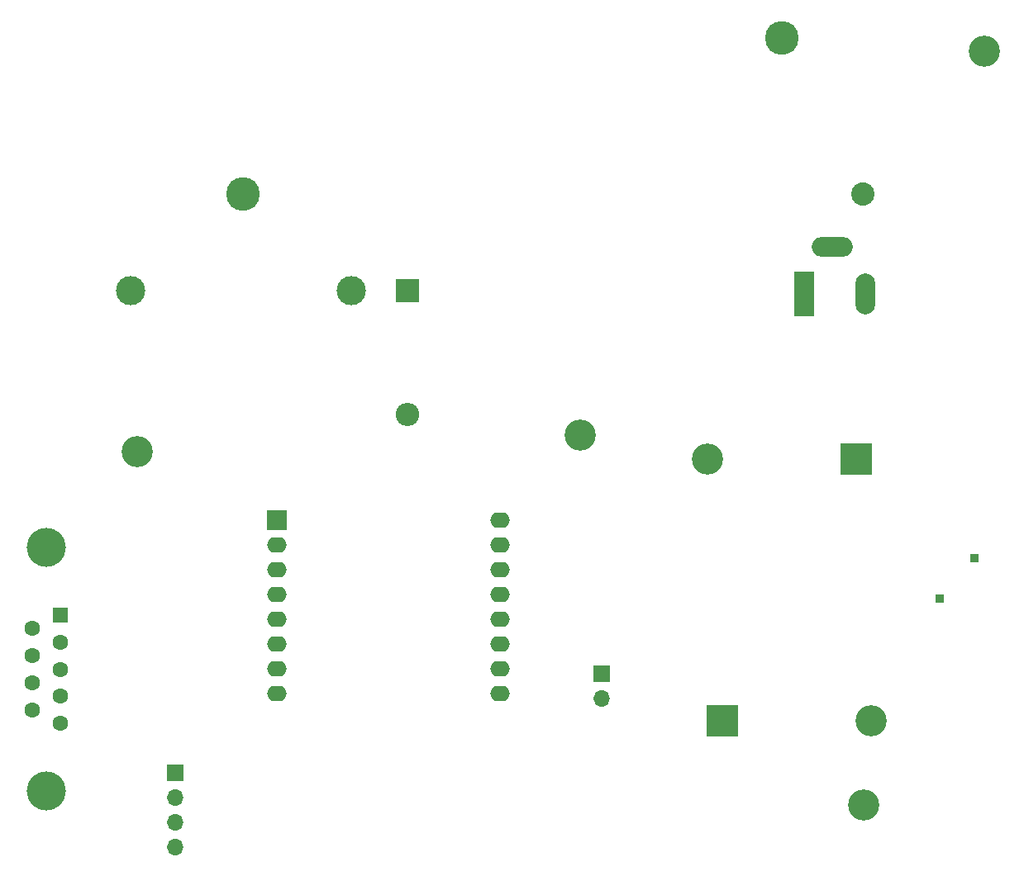
<source format=gbs>
G04 #@! TF.GenerationSoftware,KiCad,Pcbnew,(7.0.0-0)*
G04 #@! TF.CreationDate,2023-11-03T12:50:16+02:00*
G04 #@! TF.ProjectId,Untitled,556e7469-746c-4656-942e-6b696361645f,rev?*
G04 #@! TF.SameCoordinates,Original*
G04 #@! TF.FileFunction,Soldermask,Bot*
G04 #@! TF.FilePolarity,Negative*
%FSLAX46Y46*%
G04 Gerber Fmt 4.6, Leading zero omitted, Abs format (unit mm)*
G04 Created by KiCad (PCBNEW (7.0.0-0)) date 2023-11-03 12:50:16*
%MOMM*%
%LPD*%
G01*
G04 APERTURE LIST*
%ADD10R,3.200000X3.200000*%
%ADD11O,3.200000X3.200000*%
%ADD12C,2.390000*%
%ADD13C,3.450000*%
%ADD14R,2.000000X2.000000*%
%ADD15O,2.000000X1.600000*%
%ADD16R,0.850000X0.850000*%
%ADD17R,1.700000X1.700000*%
%ADD18O,1.700000X1.700000*%
%ADD19C,3.200000*%
%ADD20C,4.000000*%
%ADD21R,1.600000X1.600000*%
%ADD22C,1.600000*%
%ADD23R,2.400000X2.400000*%
%ADD24O,2.400000X2.400000*%
%ADD25R,2.000000X4.600000*%
%ADD26O,2.000000X4.200000*%
%ADD27O,4.200000X2.000000*%
%ADD28C,3.000000*%
G04 APERTURE END LIST*
D10*
X165179999Y-97499999D03*
D11*
X180419999Y-97499999D03*
D12*
X179541600Y-43458400D03*
D13*
X171211600Y-27458400D03*
X116011600Y-43458400D03*
D14*
X119499999Y-76899999D03*
D15*
X119499999Y-79439999D03*
X119499999Y-81979999D03*
X119499999Y-84519999D03*
X119499999Y-87059999D03*
X119499999Y-89599999D03*
X119499999Y-92139999D03*
X119499999Y-94679999D03*
X142359999Y-94679999D03*
X142359999Y-92139999D03*
X142359999Y-89599999D03*
X142359999Y-87059999D03*
X142359999Y-84519999D03*
X142359999Y-81979999D03*
X142359999Y-79439999D03*
X142359999Y-76899999D03*
D16*
X187399999Y-84999999D03*
D17*
X109099999Y-102799999D03*
D18*
X109099999Y-105339999D03*
X109099999Y-107879999D03*
X109099999Y-110419999D03*
D19*
X191960000Y-28790000D03*
D10*
X178815999Y-70611999D03*
D11*
X163575999Y-70611999D03*
D17*
X152779999Y-92644999D03*
D18*
X152779999Y-95184999D03*
D20*
X95859531Y-79703200D03*
X95859531Y-104703200D03*
D21*
X97279530Y-86663199D03*
D22*
X97279531Y-89433200D03*
X97279531Y-92203200D03*
X97279531Y-94973200D03*
X97279531Y-97743200D03*
X94439531Y-88048200D03*
X94439531Y-90818200D03*
X94439531Y-93588200D03*
X94439531Y-96358200D03*
D23*
X132899999Y-53349999D03*
D24*
X132899999Y-66049999D03*
D19*
X179600000Y-106090000D03*
X105200000Y-69900000D03*
X150540000Y-68230000D03*
D25*
X173499999Y-53699999D03*
D26*
X179799999Y-53699999D03*
D27*
X176399999Y-48899999D03*
D28*
X104524000Y-53340000D03*
X127124000Y-53340000D03*
D16*
X190999999Y-80799999D03*
M02*

</source>
